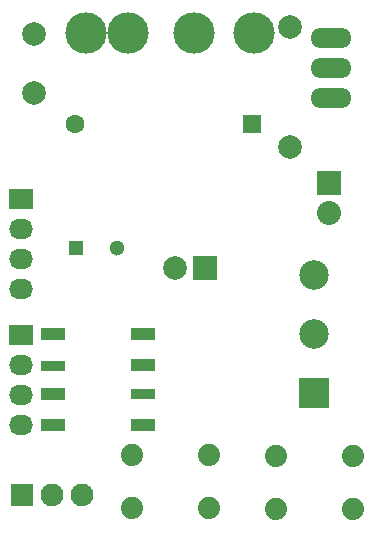
<source format=gts>
G04 #@! TF.FileFunction,Soldermask,Top*
%FSLAX46Y46*%
G04 Gerber Fmt 4.6, Leading zero omitted, Abs format (unit mm)*
G04 Created by KiCad (PCBNEW 4.0.2+e4-6225~38~ubuntu16.04.1-stable) date Tue 21 Jun 2016 12:08:32 PM HKT*
%MOMM*%
G01*
G04 APERTURE LIST*
%ADD10C,0.100000*%
%ADD11C,3.500120*%
%ADD12C,1.879600*%
%ADD13R,1.600000X1.600000*%
%ADD14C,1.600000*%
%ADD15C,1.300000*%
%ADD16R,1.300000X1.300000*%
%ADD17R,2.000000X2.000000*%
%ADD18C,2.000000*%
%ADD19R,2.032000X1.727200*%
%ADD20O,2.032000X1.727200*%
%ADD21R,1.930400X1.930400*%
%ADD22C,1.930400*%
%ADD23C,1.998980*%
%ADD24C,2.500000*%
%ADD25R,2.500000X2.500000*%
%ADD26R,1.998980X0.899160*%
%ADD27R,1.998980X1.000760*%
%ADD28O,3.500120X1.699260*%
%ADD29R,2.032000X2.032000*%
%ADD30O,2.032000X2.032000*%
G04 APERTURE END LIST*
D10*
D11*
X10922000Y41910000D03*
D12*
X23418800Y6134600D03*
X29921200Y6134600D03*
X23418800Y1613400D03*
X29921200Y1613400D03*
X11226800Y6197600D03*
X17729200Y6197600D03*
X11226800Y1676400D03*
X17729200Y1676400D03*
D13*
X21387000Y34239200D03*
D14*
X6387000Y34239200D03*
D15*
X10002000Y23749000D03*
D16*
X6502000Y23749000D03*
D17*
X17450000Y22072600D03*
D18*
X14910000Y22072600D03*
D19*
X1854000Y27838400D03*
D20*
X1854000Y25298400D03*
X1854000Y22758400D03*
X1854000Y20218400D03*
D19*
X1842000Y16383000D03*
D20*
X1842000Y13843000D03*
X1842000Y11303000D03*
X1842000Y8763000D03*
D11*
X16510000Y41910000D03*
X21590000Y41910000D03*
X7366000Y41910000D03*
D21*
X1905000Y2794000D03*
D22*
X4445000Y2794000D03*
X6985000Y2794000D03*
D23*
X2946000Y41818560D03*
X2946000Y36817300D03*
D24*
X26619000Y21430000D03*
D25*
X26619000Y11430000D03*
D24*
X26619000Y16430000D03*
D26*
X4582160Y13764260D03*
D27*
X4582160Y16413480D03*
X12181840Y16413480D03*
X12181840Y13812520D03*
D26*
X12181840Y11381740D03*
D27*
X12181840Y8732520D03*
X4582160Y8732520D03*
X4582160Y11333480D03*
D28*
X28067000Y38989000D03*
X28067000Y41529000D03*
X28067000Y36449000D03*
D29*
X27940000Y29210000D03*
D30*
X27940000Y26670000D03*
D23*
X24638000Y42418000D03*
X24638000Y32258000D03*
M02*

</source>
